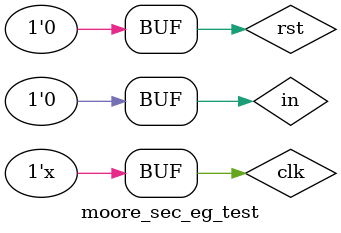
<source format=v>
module moore_sec_eg_test;

	// Inputs
	reg rst;
	reg clk;
	reg in;

	// Outputs
	wire out;

	// Instantiate the Unit Under Test (UUT)
	moore_sec_eg uut (
		.rst(rst), 
		.clk(clk), 
		.in(in), 
		.out(out)
	);
   always #100 clk=~clk;
	initial begin
		// Initialize Inputs
		rst = 1;
		clk = 0;
		in = 0;

		// Wait 100 ns for global reset to finish
		 #30;rst = 0;
       #40;in = 1;
       #10;rst = 1;in= 0;
       #10;in= 1; 
       #20;in = 0; 
       #20; rst=0;in = 1; 
       #20;in = 0; 
        
		// Add stimulus here

	end
      
endmodule


</source>
